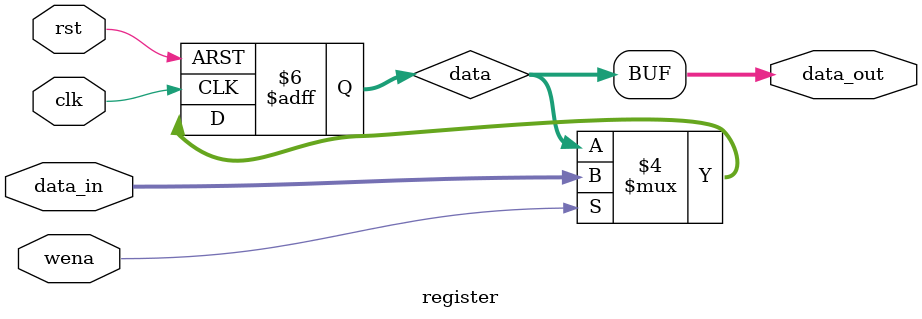
<source format=v>


`timescale 1ns / 1ns

module register(
    input clk, 
    input rst, 
    input wena, 
    input [31:0] data_in, 
    output [31:0] data_out 
    );

    reg [31:0] data;

    always @ (posedge clk or posedge rst)
    begin
        if(rst == 1) begin
            data <= 0;
        end

        else if(wena == 1) begin
            data <= data_in;
        end
    end
    
    assign data_out = data;

endmodule
</source>
